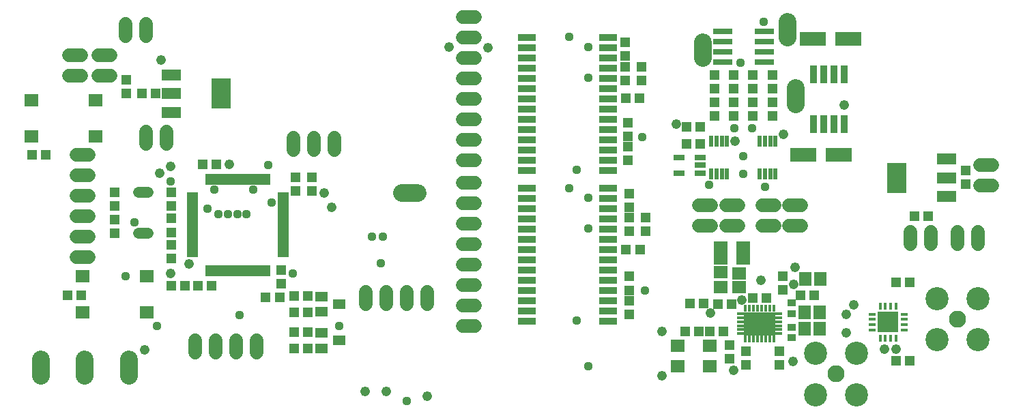
<source format=gts>
G75*
G70*
%OFA0B0*%
%FSLAX24Y24*%
%IPPOS*%
%LPD*%
%AMOC8*
5,1,8,0,0,1.08239X$1,22.5*
%
%ADD10R,0.0552X0.0198*%
%ADD11R,0.0198X0.0552*%
%ADD12C,0.0680*%
%ADD13R,0.0356X0.0178*%
%ADD14R,0.0178X0.0356*%
%ADD15R,0.1517X0.1123*%
%ADD16R,0.0671X0.0592*%
%ADD17R,0.1024X0.1024*%
%ADD18R,0.0354X0.0177*%
%ADD19R,0.0177X0.0354*%
%ADD20R,0.0513X0.0474*%
%ADD21C,0.0520*%
%ADD22R,0.0474X0.0513*%
%ADD23R,0.0434X0.0356*%
%ADD24R,0.0592X0.0671*%
%ADD25R,0.0631X0.0474*%
%ADD26R,0.0880X0.0340*%
%ADD27C,0.0860*%
%ADD28R,0.0710X0.0592*%
%ADD29R,0.0710X0.1143*%
%ADD30C,0.0830*%
%ADD31C,0.1130*%
%ADD32R,0.0690X0.0592*%
%ADD33R,0.0946X0.0316*%
%ADD34R,0.0237X0.0552*%
%ADD35R,0.0340X0.0880*%
%ADD36R,0.1261X0.0710*%
%ADD37R,0.0960X0.0560*%
%ADD38R,0.0946X0.1497*%
%ADD39R,0.0552X0.0316*%
%ADD40C,0.0476*%
%ADD41C,0.0437*%
D10*
X009510Y009219D03*
X009510Y009416D03*
X009510Y009613D03*
X009510Y009810D03*
X009510Y010006D03*
X009510Y010203D03*
X009510Y010400D03*
X009510Y010597D03*
X009510Y010794D03*
X009510Y010991D03*
X009510Y011188D03*
X009510Y011384D03*
X009510Y011581D03*
X009510Y011778D03*
X009510Y011975D03*
X009510Y012172D03*
X013959Y012172D03*
X013959Y011975D03*
X013959Y011778D03*
X013959Y011581D03*
X013959Y011384D03*
X013959Y011188D03*
X013959Y010991D03*
X013959Y010794D03*
X013959Y010597D03*
X013959Y010400D03*
X013959Y010203D03*
X013959Y010006D03*
X013959Y009810D03*
X013959Y009613D03*
X013959Y009416D03*
X013959Y009219D03*
D11*
X013211Y008471D03*
X013014Y008471D03*
X012817Y008471D03*
X012621Y008471D03*
X012424Y008471D03*
X012227Y008471D03*
X012030Y008471D03*
X011833Y008471D03*
X011636Y008471D03*
X011440Y008471D03*
X011243Y008471D03*
X011046Y008471D03*
X010849Y008471D03*
X010652Y008471D03*
X010455Y008471D03*
X010258Y008471D03*
X010258Y012920D03*
X010455Y012920D03*
X010652Y012920D03*
X010849Y012920D03*
X011046Y012920D03*
X011243Y012920D03*
X011440Y012920D03*
X011636Y012920D03*
X011833Y012920D03*
X012030Y012920D03*
X012227Y012920D03*
X012424Y012920D03*
X012621Y012920D03*
X012817Y012920D03*
X013014Y012920D03*
X013211Y012920D03*
D12*
X014455Y014348D02*
X014455Y014948D01*
X015455Y014948D02*
X015455Y014348D01*
X016455Y014348D02*
X016455Y014948D01*
X022714Y014865D02*
X023314Y014865D01*
X023314Y013865D02*
X022714Y013865D01*
X022714Y012754D02*
X023314Y012754D01*
X023314Y011754D02*
X022714Y011754D01*
X022714Y010754D02*
X023314Y010754D01*
X023314Y009754D02*
X022714Y009754D01*
X022714Y008754D02*
X023314Y008754D01*
X023314Y007754D02*
X022714Y007754D01*
X022714Y006754D02*
X023314Y006754D01*
X023314Y005754D02*
X022714Y005754D01*
X020963Y006817D02*
X020963Y007417D01*
X019963Y007417D02*
X019963Y006817D01*
X018963Y006817D02*
X018963Y007417D01*
X017963Y007417D02*
X017963Y006817D01*
X012648Y005054D02*
X012648Y004454D01*
X011648Y004454D02*
X011648Y005054D01*
X010648Y005054D02*
X010648Y004454D01*
X009648Y004454D02*
X009648Y005054D01*
X004448Y009125D02*
X003848Y009125D01*
X003848Y010125D02*
X004448Y010125D01*
X004448Y011125D02*
X003848Y011125D01*
X003848Y012125D02*
X004448Y012125D01*
X004448Y013125D02*
X003848Y013125D01*
X003848Y014125D02*
X004448Y014125D01*
X007239Y014663D02*
X007239Y015263D01*
X008239Y015263D02*
X008239Y014663D01*
X005499Y017987D02*
X004899Y017987D01*
X004082Y017987D02*
X003482Y017987D01*
X003482Y018987D02*
X004082Y018987D01*
X004899Y018987D02*
X005499Y018987D01*
X006235Y019919D02*
X006235Y020519D01*
X007235Y020519D02*
X007235Y019919D01*
X022714Y019865D02*
X023314Y019865D01*
X023314Y020865D02*
X022714Y020865D01*
X022714Y018865D02*
X023314Y018865D01*
X023314Y017865D02*
X022714Y017865D01*
X022714Y016865D02*
X023314Y016865D01*
X023314Y015865D02*
X022714Y015865D01*
X034250Y011664D02*
X034850Y011664D01*
X035569Y011664D02*
X036169Y011664D01*
X037340Y011664D02*
X037940Y011664D01*
X038659Y011664D02*
X039259Y011664D01*
X039259Y010664D02*
X038659Y010664D01*
X037940Y010664D02*
X037340Y010664D01*
X036169Y010664D02*
X035569Y010664D01*
X034850Y010664D02*
X034250Y010664D01*
X044581Y010342D02*
X044581Y009742D01*
X045581Y009742D02*
X045581Y010342D01*
X046884Y010342D02*
X046884Y009742D01*
X047884Y009742D02*
X047884Y010342D01*
X047970Y012613D02*
X048570Y012613D01*
X048570Y013613D02*
X047970Y013613D01*
D13*
X038156Y006361D03*
X038156Y006164D03*
X038156Y005967D03*
X038156Y005770D03*
X038156Y005573D03*
X038156Y005377D03*
X036266Y005377D03*
X036266Y005573D03*
X036266Y005770D03*
X036266Y005967D03*
X036266Y006164D03*
X036266Y006361D03*
D14*
X036522Y006617D03*
X036719Y006617D03*
X036916Y006617D03*
X037113Y006617D03*
X037310Y006617D03*
X037506Y006617D03*
X037703Y006617D03*
X037900Y006617D03*
X037900Y005121D03*
X037703Y005121D03*
X037506Y005121D03*
X037310Y005121D03*
X037113Y005121D03*
X036916Y005121D03*
X036719Y005121D03*
X036522Y005121D03*
D15*
X037215Y005869D03*
D16*
X036203Y007640D03*
X035317Y007640D03*
X035317Y008388D03*
X036203Y008310D03*
D17*
X043487Y005947D03*
D18*
X042699Y005819D03*
X042699Y006075D03*
X042699Y006331D03*
X044274Y006331D03*
X044274Y006075D03*
X044274Y005819D03*
X044274Y005564D03*
X042699Y005564D03*
D19*
X043103Y005160D03*
X043359Y005160D03*
X043615Y005160D03*
X043871Y005160D03*
X043871Y006735D03*
X043615Y006735D03*
X043359Y006735D03*
X043103Y006735D03*
D20*
X043880Y007877D03*
X044550Y007877D03*
X039884Y007247D03*
X039215Y007247D03*
X037542Y007109D03*
X036873Y007109D03*
X034471Y006853D03*
X033802Y006853D03*
X033566Y005495D03*
X034235Y005495D03*
X034766Y005495D03*
X035436Y005495D03*
X043880Y004058D03*
X044550Y004058D03*
X044786Y011125D03*
X045455Y011125D03*
X037837Y016026D03*
X037837Y016695D03*
X037837Y017345D03*
X037837Y018014D03*
X035003Y018014D03*
X035003Y017345D03*
X035003Y016695D03*
X035003Y016026D03*
X013762Y007148D03*
X013093Y007148D03*
X010436Y007719D03*
X009766Y007719D03*
X009136Y007719D03*
X008467Y007719D03*
X004077Y007247D03*
X003408Y007247D03*
X008467Y010337D03*
X008467Y011006D03*
X008467Y011617D03*
X008467Y012286D03*
X010022Y013644D03*
X010691Y013644D03*
X007719Y017109D03*
X007050Y017109D03*
D21*
X006889Y012282D02*
X007329Y012282D01*
X007329Y010282D02*
X006889Y010282D01*
D22*
X005711Y010298D03*
X005711Y010967D03*
X005711Y011617D03*
X005711Y012286D03*
X002345Y014136D03*
X001676Y014136D03*
X006282Y017109D03*
X006282Y017778D03*
X014550Y013014D03*
X015357Y013014D03*
X015357Y012345D03*
X014550Y012345D03*
X008467Y009727D03*
X008467Y009058D03*
X013841Y008487D03*
X013841Y007817D03*
X014491Y007227D03*
X015160Y007227D03*
X015160Y006420D03*
X014491Y006420D03*
X014491Y005455D03*
X015160Y005455D03*
X015160Y004648D03*
X014491Y004648D03*
X030849Y006321D03*
X030849Y006991D03*
X030849Y007503D03*
X030849Y008172D03*
X030691Y009491D03*
X031361Y009491D03*
X031636Y010377D03*
X030829Y010377D03*
X030829Y011046D03*
X030829Y011558D03*
X031636Y011046D03*
X030829Y012227D03*
X030770Y013841D03*
X030770Y014510D03*
X030770Y015022D03*
X030770Y015691D03*
X030672Y016873D03*
X031341Y016873D03*
X031440Y017758D03*
X030632Y017758D03*
X030632Y018428D03*
X031440Y018428D03*
X030632Y018940D03*
X030632Y019609D03*
X035947Y018014D03*
X036873Y018014D03*
X036873Y017345D03*
X035947Y017345D03*
X035947Y016695D03*
X036873Y016695D03*
X036873Y016026D03*
X035947Y016026D03*
X034314Y015475D03*
X033644Y015475D03*
X033644Y014648D03*
X034314Y014648D03*
X047286Y013349D03*
X047286Y012680D03*
X038349Y008191D03*
X038349Y007522D03*
X035849Y006833D03*
X035180Y006833D03*
X035751Y004825D03*
X036558Y004530D03*
X035751Y004156D03*
X036558Y003861D03*
X038172Y003861D03*
X038172Y004530D03*
D23*
X038762Y005180D03*
X038762Y005691D03*
X038762Y006361D03*
X038762Y006873D03*
D24*
X039412Y006420D03*
X040160Y006420D03*
X040160Y005613D03*
X039412Y005613D03*
X039432Y008054D03*
X040180Y008054D03*
D25*
X016676Y006814D03*
X015810Y007188D03*
X015810Y006440D03*
X015810Y005416D03*
X016676Y005042D03*
X015810Y004668D03*
D26*
X025837Y006004D03*
X025837Y006504D03*
X025837Y007004D03*
X025837Y007504D03*
X025837Y008004D03*
X025837Y008504D03*
X025837Y009004D03*
X025837Y009504D03*
X025837Y010004D03*
X025837Y010504D03*
X025837Y011004D03*
X025837Y011504D03*
X025837Y012004D03*
X025837Y012504D03*
X025837Y013367D03*
X025837Y013867D03*
X025837Y014367D03*
X025837Y014867D03*
X025837Y015367D03*
X025837Y015867D03*
X025837Y016367D03*
X025837Y016867D03*
X025837Y017367D03*
X025837Y017867D03*
X025837Y018367D03*
X025837Y018867D03*
X025837Y019367D03*
X025837Y019867D03*
X029797Y019867D03*
X029797Y019367D03*
X029797Y018867D03*
X029797Y018367D03*
X029797Y017867D03*
X029797Y017367D03*
X029797Y016867D03*
X029797Y016367D03*
X029797Y015867D03*
X029797Y015367D03*
X029797Y014867D03*
X029797Y014367D03*
X029797Y013867D03*
X029797Y013367D03*
X029797Y012504D03*
X029797Y012004D03*
X029797Y011504D03*
X029797Y011004D03*
X029797Y010504D03*
X029797Y010004D03*
X029797Y009504D03*
X029797Y009004D03*
X029797Y008504D03*
X029797Y008004D03*
X029797Y007504D03*
X029797Y007004D03*
X029797Y006504D03*
X029797Y006004D03*
D27*
X002109Y004113D02*
X002109Y003333D01*
X004254Y003333D02*
X004254Y004113D01*
X006400Y004113D02*
X006400Y003333D01*
X019731Y012247D02*
X020511Y012247D01*
X034451Y018845D02*
X034451Y019625D01*
X038585Y019849D02*
X038585Y020629D01*
X038979Y017381D02*
X038979Y016601D01*
D28*
X034786Y004786D03*
X033211Y004786D03*
X033211Y003802D03*
X034786Y003802D03*
D29*
X035317Y009333D03*
X036420Y009333D03*
D30*
X046873Y006085D03*
X040947Y003408D03*
D31*
X039944Y004412D03*
X041951Y004412D03*
X045869Y005081D03*
X047876Y005081D03*
X047876Y007089D03*
X045869Y007089D03*
X041951Y002404D03*
X039944Y002404D03*
D32*
X007276Y006420D03*
X004146Y006420D03*
X004146Y008191D03*
X007276Y008191D03*
X004776Y015022D03*
X001646Y015022D03*
X001646Y016794D03*
X004776Y016794D03*
D33*
X035396Y018642D03*
X035396Y019142D03*
X035396Y019642D03*
X035396Y020142D03*
X037443Y020142D03*
X037443Y019642D03*
X037443Y019142D03*
X037443Y018642D03*
D34*
X037473Y014786D03*
X037729Y014786D03*
X037985Y014786D03*
X037217Y014786D03*
X035623Y014786D03*
X035367Y014786D03*
X035111Y014786D03*
X034855Y014786D03*
X034855Y013172D03*
X035111Y013172D03*
X035367Y013172D03*
X035623Y013172D03*
X037217Y013172D03*
X037473Y013172D03*
X037729Y013172D03*
X037985Y013172D03*
D35*
X039843Y015623D03*
X040343Y015623D03*
X040843Y015623D03*
X041343Y015623D03*
X041343Y018043D03*
X040843Y018043D03*
X040343Y018043D03*
X039843Y018043D03*
D36*
X039825Y019786D03*
X041558Y019786D03*
X041066Y014117D03*
X039333Y014117D03*
D37*
X046360Y013905D03*
X046360Y012995D03*
X046360Y012085D03*
X008487Y016199D03*
X008487Y017109D03*
X008487Y018019D03*
D38*
X010927Y017109D03*
X043920Y012995D03*
D39*
X034316Y013231D03*
X034316Y013605D03*
X034316Y013979D03*
X033288Y013979D03*
X033288Y013231D03*
D40*
X036006Y014786D03*
X038369Y015121D03*
X041341Y016558D03*
X033132Y015632D03*
X023940Y019353D03*
X022030Y019373D03*
X011321Y013664D03*
X008428Y013546D03*
X007896Y013231D03*
X015928Y012266D03*
X016302Y011538D03*
X009353Y008782D03*
X008447Y008329D03*
X007188Y004589D03*
X017955Y002542D03*
X018963Y002562D03*
X020983Y002325D03*
X032443Y003329D03*
X035928Y003585D03*
X038841Y004018D03*
X041440Y005436D03*
X041440Y006321D03*
X041814Y006794D03*
X038861Y007778D03*
X037286Y007975D03*
X038959Y008605D03*
X036341Y007010D03*
X034825Y006400D03*
X036892Y005869D03*
X037581Y005869D03*
X032443Y005475D03*
X043310Y004609D03*
X043880Y004609D03*
X007975Y018762D03*
D41*
X013211Y013625D03*
X012463Y012424D03*
X013369Y011774D03*
X012148Y011223D03*
X011695Y011223D03*
X011243Y011223D03*
X010790Y011223D03*
X010258Y011499D03*
X010573Y012424D03*
X008447Y012837D03*
X006676Y010829D03*
X006243Y008191D03*
X007778Y005770D03*
X011814Y006282D03*
X014412Y008329D03*
X018290Y010121D03*
X018802Y010121D03*
X018723Y008821D03*
X016676Y005770D03*
X019983Y002089D03*
X028841Y003802D03*
X028290Y006026D03*
X031597Y007483D03*
X028841Y010514D03*
X028841Y012010D03*
X027896Y012483D03*
X028290Y013388D03*
X031479Y015003D03*
X035967Y015416D03*
X036833Y015416D03*
X036420Y014058D03*
X036420Y013172D03*
X037463Y012562D03*
X034747Y012660D03*
X028841Y017877D03*
X028841Y019373D03*
X027896Y019884D03*
X036282Y018625D03*
X037404Y020613D03*
M02*

</source>
